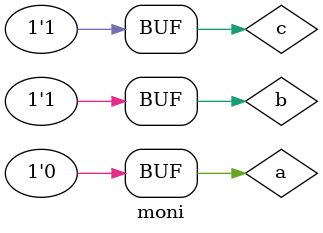
<source format=sv>
module moni;
reg a,b,c;
initial begin
$monitor($time,"a=%b,b=%b,c=%b",a,b,c);
a=0;b=0;c=0;
#5 a=1;b=0;c=1;
#5 a=0;b=1;c=1;
#5 a=1;b=1;c=1;

#5 a=0;b=1;c=1;
end
endmodule
</source>
